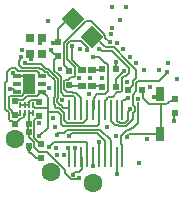
<source format=gbl>
G04*
G04 #@! TF.GenerationSoftware,Altium Limited,Altium Designer,20.0.13 (296)*
G04*
G04 Layer_Physical_Order=4*
G04 Layer_Color=1930808*
%FSLAX25Y25*%
%MOIN*%
G70*
G01*
G75*
%ADD14C,0.00600*%
%ADD21R,0.02165X0.02165*%
%ADD23R,0.02165X0.02165*%
%ADD45C,0.00500*%
%ADD46C,0.00800*%
%ADD47C,0.00400*%
%ADD48C,0.01772*%
%ADD49C,0.06299*%
%ADD52R,0.02559X0.01378*%
%ADD53R,0.04331X0.06693*%
%ADD54R,0.02756X0.02953*%
%ADD55R,0.00591X0.01968*%
%ADD56R,0.00984X0.07087*%
%ADD57P,0.07795X4X90.0*%
%ADD58R,0.02953X0.04724*%
%ADD59R,0.02559X0.02362*%
D14*
X23000Y41056D02*
X25083Y38973D01*
X23000Y41056D02*
Y45500D01*
X25083Y38803D02*
X26130Y37756D01*
X25083Y38803D02*
Y38973D01*
X26130Y37756D02*
X26228D01*
X19286Y30214D02*
X20500Y29000D01*
X19286Y30214D02*
Y34555D01*
X19317Y34587D01*
X38583Y35455D02*
Y35486D01*
X40372Y37276D01*
X37800Y34672D02*
X38583Y35455D01*
X40372Y37276D02*
X40403D01*
X37800Y32000D02*
Y34672D01*
X50458Y28458D02*
X51324D01*
X52500Y29634D01*
X19317Y34587D02*
Y35183D01*
X37800Y37500D02*
X38025Y37275D01*
X20500Y29000D02*
X21591D01*
X52500Y29634D02*
Y29693D01*
X37890Y3890D02*
Y8626D01*
X29772Y37756D02*
X32944D01*
D21*
X46300Y31000D02*
D03*
X41700D02*
D03*
X8600Y19500D02*
D03*
X4000D02*
D03*
X33200Y32000D02*
D03*
X37800D02*
D03*
X33200Y38000D02*
D03*
X37800D02*
D03*
D23*
X12000Y22400D02*
D03*
Y27000D02*
D03*
X22200Y37145D02*
D03*
Y32545D02*
D03*
X57500Y27800D02*
D03*
Y23200D02*
D03*
X18500Y42200D02*
D03*
Y46800D02*
D03*
X3890Y27124D02*
D03*
Y22524D02*
D03*
X12800Y12783D02*
D03*
Y8183D02*
D03*
X8600Y12200D02*
D03*
Y16800D02*
D03*
D45*
X19146Y5854D02*
G03*
X18305Y6695I-3146J-2305D01*
G01*
X12188Y10169D02*
X14831D01*
X18305Y6695D01*
X19146Y5854D02*
X20590Y4410D01*
Y3351D02*
Y4410D01*
X15269Y11805D02*
X16964Y13500D01*
X27672D01*
X25465Y1507D02*
X25519Y1453D01*
X11433Y13867D02*
X12088Y13212D01*
X11433Y13867D02*
Y14007D01*
X10433Y15008D02*
X11433Y14007D01*
X10433Y15008D02*
Y20833D01*
X10517Y11840D02*
Y13368D01*
X10433Y13453D02*
X10517Y13368D01*
X10433Y13453D02*
Y13593D01*
X8766Y15260D02*
X10433Y13593D01*
X10517Y11840D02*
X12188Y10169D01*
X22822Y1119D02*
X24178D01*
X20590Y3351D02*
X22822Y1119D01*
X21839Y11485D02*
X22142Y11181D01*
X23500Y2755D02*
Y3070D01*
X24412Y1354D02*
X25519D01*
X24178Y1119D02*
X24412Y1354D01*
X27857Y54084D02*
X29416D01*
X20364Y39308D02*
X21367Y38305D01*
X22322Y47136D02*
X24348D01*
X21364Y41207D02*
Y46178D01*
Y41207D02*
X22000Y40571D01*
X20364Y39308D02*
Y46592D01*
X27857Y54084D01*
X21364Y46178D02*
X22322Y47136D01*
X25971Y47241D02*
X28271Y44941D01*
X24348Y47136D02*
X24453Y47241D01*
X22000Y40571D02*
X24033Y38538D01*
X21367Y37978D02*
X22200Y37145D01*
X21367Y37978D02*
Y38305D01*
X34210Y48290D02*
X35564Y46936D01*
X34210Y48290D02*
Y48919D01*
X33780Y49349D02*
X34210Y48919D01*
X33780Y49349D02*
Y49720D01*
X29416Y54084D02*
X33780Y49720D01*
X32064Y44757D02*
X32236D01*
X35564Y46936D02*
X35829D01*
X24033Y35752D02*
Y38538D01*
X21878Y34378D02*
X22812Y35312D01*
X23593D01*
X20807Y34378D02*
X21878D01*
X23593Y35312D02*
X24033Y35752D01*
X22142Y8626D02*
Y11181D01*
X23500Y3070D02*
X24060Y3630D01*
X25249D01*
X25519Y1354D02*
Y1453D01*
X25249Y3630D02*
X26245Y4626D01*
Y8460D01*
X26079Y8626D02*
X26245Y8460D01*
X8800Y19500D02*
Y22377D01*
X8500Y19200D02*
X8800Y19500D01*
X8500Y16800D02*
X8766Y16534D01*
X8500Y16800D02*
Y19200D01*
X27672Y13500D02*
X27965Y13207D01*
Y8708D02*
Y13207D01*
X7244Y26000D02*
X8622D01*
X8662Y27000D02*
X8955Y27293D01*
X8500Y27000D02*
X8662D01*
X5866Y26000D02*
X7244D01*
X8955Y27293D02*
Y27295D01*
X9394Y27734D02*
X10606D01*
X7903Y28903D02*
X11389D01*
X8955Y27295D02*
X9394Y27734D01*
X10606D02*
X10707Y27633D01*
X11167D01*
X12000Y26800D01*
X4200Y19500D02*
X6210Y21510D01*
X6472D01*
X6911Y21949D01*
X7199Y23199D02*
X7244Y23244D01*
X6911Y22211D02*
X7199Y22499D01*
X6911Y21949D02*
Y22211D01*
X7199Y22499D02*
Y23199D01*
X3008Y20692D02*
X4200Y19500D01*
X30016Y5685D02*
Y8626D01*
X29981Y5650D02*
X30016Y5685D01*
X22000Y15500D02*
X23000Y16500D01*
X883Y24703D02*
X1200Y24386D01*
X766Y25734D02*
Y33266D01*
X883Y24703D02*
Y25617D01*
X766Y25734D02*
X883Y25617D01*
X766Y33266D02*
X1500Y34000D01*
X3070Y23344D02*
X3890Y22524D01*
X2050Y24950D02*
Y28700D01*
X1200Y24300D02*
Y24386D01*
X3070Y23344D02*
Y23930D01*
X2050Y24950D02*
X3070Y23930D01*
X1200Y24300D02*
X2000Y23500D01*
Y21188D02*
Y23500D01*
X3890Y22524D02*
X4081Y22716D01*
X10433Y20833D02*
X12000Y22400D01*
X8622Y22555D02*
Y23244D01*
Y22555D02*
X8800Y22377D01*
X5866Y22811D02*
Y23244D01*
X5771Y22716D02*
X5866Y22811D01*
X4081Y22716D02*
X5771D01*
X10607Y24967D02*
X13393D01*
X10308Y25266D02*
X10607Y24967D01*
X8766Y15260D02*
Y16534D01*
X17236Y25264D02*
X17699Y24801D01*
X17236Y28763D02*
Y34198D01*
X18029Y28143D02*
X18236Y28349D01*
Y34612D01*
X18029Y26787D02*
X18988Y25829D01*
X17236Y25264D02*
Y26167D01*
X17029Y26373D02*
X17236Y26167D01*
X17029Y28557D02*
X17236Y28763D01*
X17029Y26373D02*
Y28557D01*
X16029Y36819D02*
X18236Y34612D01*
X18029Y26787D02*
Y28143D01*
X15030Y36404D02*
X17236Y34198D01*
X15030Y36404D02*
Y36559D01*
X16029Y36819D02*
Y36973D01*
X21384Y17486D02*
X22572D01*
X31834D02*
X32551D01*
X22586Y17500D02*
X31820D01*
X31834Y17486D01*
X31406Y16500D02*
X33953Y13953D01*
X23000Y16500D02*
X31406D01*
X22572Y17486D02*
X22586Y17500D01*
X32551Y17486D02*
X35921Y14116D01*
X54807Y36726D02*
Y37070D01*
X52081Y34000D02*
X54807Y36726D01*
X45000Y20000D02*
Y23583D01*
Y25768D02*
Y27000D01*
Y23583D02*
X45001Y23584D01*
Y25767D01*
X45000Y25768D02*
X45001Y25767D01*
X44001Y23998D02*
Y25353D01*
X43291Y23288D02*
X44001Y23998D01*
X43291Y21297D02*
Y23288D01*
X41636Y21056D02*
Y23747D01*
X43364Y25990D02*
X44001Y25353D01*
X42365Y24475D02*
Y24676D01*
X41636Y23747D02*
X42365Y24475D01*
X43364Y29438D02*
X44467Y30541D01*
X43364Y25990D02*
Y29438D01*
X38167Y30167D02*
X39193D01*
X40221Y35640D02*
X41081D01*
X39633Y35051D02*
X40221Y35640D01*
X39193Y30167D02*
X39633Y30607D01*
Y35051D01*
X41081Y35640D02*
X42039Y36598D01*
X36427Y44000D02*
X42039Y38388D01*
Y36598D02*
Y38388D01*
X44467Y30541D02*
Y33393D01*
X45074Y34000D01*
X37569Y40058D02*
X37812Y40301D01*
X32993Y44000D02*
X36427D01*
X32236Y44757D02*
X32993Y44000D01*
X24453Y47241D02*
X25971D01*
X33926Y29500D02*
X35033Y30607D01*
X31500Y29500D02*
X33926D01*
X35033Y30607D02*
Y39393D01*
X33926Y39956D02*
X34470D01*
X35033Y39393D01*
X37569Y39441D02*
Y40058D01*
X37500Y39372D02*
X37569Y39441D01*
X37500Y38300D02*
X37800Y38000D01*
X37500Y38300D02*
Y39372D01*
X31985Y41897D02*
X33926Y39956D01*
X29603Y41897D02*
X31985D01*
X37800Y38000D02*
X38500D01*
X1721Y37346D02*
X2751Y38376D01*
X5514Y39206D02*
Y40794D01*
Y39206D02*
X6554Y38166D01*
X12088D01*
X5064Y37275D02*
X5173Y37166D01*
X5064Y37275D02*
Y37418D01*
X4106Y38376D02*
X5064Y37418D01*
X2751Y38376D02*
X4106D01*
X3429Y36415D02*
Y36740D01*
X3357Y36344D02*
X3429Y36415D01*
X15004Y37998D02*
X16029Y36973D01*
X14590Y36998D02*
X15030Y36559D01*
X14502Y37998D02*
X15004D01*
X20367Y33938D02*
X20807Y34378D01*
X20367Y31152D02*
Y33938D01*
Y31152D02*
X21369Y30150D01*
X11273Y37166D02*
X11970Y36468D01*
X5173Y37166D02*
X11273D01*
X12454Y37800D02*
X13200D01*
X12088Y38166D02*
X12454Y37800D01*
X7232Y39802D02*
X7382Y39652D01*
X5514Y40794D02*
X5738Y41017D01*
Y41737D01*
X6000Y42000D01*
X1721Y37221D02*
Y37346D01*
X1500Y37000D02*
X1721Y37221D01*
X3357Y36344D02*
X4142Y35559D01*
X1500Y34000D02*
Y37000D01*
X12848Y39652D02*
X14502Y37998D01*
X10233Y39652D02*
X12848D01*
X10178Y39596D02*
X10233Y39652D01*
X8822Y39596D02*
X10178D01*
X13200Y37800D02*
X14002Y36998D01*
X11970Y35998D02*
Y36468D01*
X14002Y36998D02*
X14590D01*
X6901Y35489D02*
X8866Y33523D01*
X4802Y35489D02*
X6901D01*
X45074Y34000D02*
X52081D01*
X2402Y31570D02*
X2746D01*
X2350Y29000D02*
X5394D01*
X2050Y28700D02*
X2350Y29000D01*
X3137Y31179D02*
X3404D01*
X2746Y31570D02*
X3137Y31179D01*
X3404D02*
X4142Y30441D01*
X6734Y27734D02*
X7903Y28903D01*
X12409Y30441D02*
X13000D01*
X11970Y30002D02*
X12409Y30441D01*
X11970Y29485D02*
Y30002D01*
X11389Y28903D02*
X11970Y29485D01*
X36667Y28667D02*
X38167Y30167D01*
X35118Y28667D02*
X36667D01*
X18000Y15921D02*
X18030Y15890D01*
X34195Y27667D02*
X34386D01*
X33953Y24374D02*
Y27425D01*
X34195Y27667D01*
X34386D02*
X34679Y27960D01*
Y28228D01*
X35118Y28667D01*
X20399Y16500D02*
X21384Y17486D01*
X18030Y16500D02*
X20399D01*
X21339Y20081D02*
X26882D01*
X20501Y20919D02*
X21339Y20081D01*
X10000Y25311D02*
X10045Y25266D01*
X10308D01*
X13393Y24967D02*
X13426Y25000D01*
X15000D01*
X35921Y8626D02*
Y14116D01*
X33953Y8626D02*
Y13953D01*
X4500Y27734D02*
X6734D01*
X3890Y27124D02*
X4500Y27734D01*
X5396Y29002D02*
X6322D01*
X5394Y29000D02*
X5396Y29002D01*
X6322D02*
X6762Y29441D01*
Y29714D01*
X8866Y31819D02*
Y33523D01*
X6762Y29714D02*
X8866Y31819D01*
X2496Y20692D02*
X3008D01*
X2000Y21188D02*
X2496Y20692D01*
X4142Y30441D02*
X4732D01*
X20501Y20919D02*
Y23140D01*
X24000Y24484D02*
X24110Y24374D01*
X21591Y29000D02*
X23500D01*
X24000Y28500D01*
Y24484D02*
Y28500D01*
X27614Y21081D02*
X27805D01*
X26882Y20081D02*
X27321Y20520D01*
X28047Y21323D02*
Y24374D01*
X27805Y21081D02*
X28047Y21323D01*
X27321Y20520D02*
Y20788D01*
X27614Y21081D01*
X17699Y24801D02*
X18840D01*
X20501Y23140D01*
X20181Y24874D02*
X22142D01*
X18988Y25829D02*
X19226D01*
X20181Y24874D01*
X21369Y30150D02*
X23159D01*
X23309Y30000D01*
X24500D01*
X7382Y39652D02*
X8766D01*
X4142Y35559D02*
X4732D01*
X8766Y39652D02*
X8822Y39596D01*
X12409Y35559D02*
X13000D01*
X11970Y35998D02*
X12409Y35559D01*
X41075Y19081D02*
X43291Y21297D01*
X41265Y17500D02*
X42000D01*
X39486Y15721D02*
X41265Y17500D01*
X42000D02*
X42900Y18400D01*
X43400D01*
X37300Y19200D02*
X38522D01*
X38105Y20493D02*
X38398Y20200D01*
X39055Y20081D02*
X40661D01*
X38398Y20200D02*
X38936D01*
X39055Y20081D01*
X43400Y18400D02*
X45000Y20000D01*
X38105Y20493D02*
Y24659D01*
X38522Y19200D02*
X38641Y19081D01*
X40661Y20081D02*
X41636Y21056D01*
X38641Y19081D02*
X41075D01*
X30308Y28308D02*
X31500Y29500D01*
X39486Y12923D02*
Y15721D01*
Y12923D02*
X39858Y12551D01*
X18000Y15921D02*
Y16500D01*
X30308Y24666D02*
Y28308D01*
X24500Y30000D02*
X26079Y28421D01*
Y24374D02*
Y28421D01*
X39858Y9126D02*
Y12551D01*
X27965Y8708D02*
X28047Y8626D01*
X8622Y23244D02*
X10000D01*
X4732Y35559D02*
X4802Y35489D01*
X36035Y20465D02*
X37300Y19200D01*
X35921Y24374D02*
X36035Y24260D01*
Y20465D02*
Y24260D01*
X30016Y24374D02*
X30308Y24666D01*
D46*
X8637Y11120D02*
Y12062D01*
X8500Y12200D02*
X8637Y12062D01*
X12197Y15614D02*
X12201D01*
X15000Y18413D01*
X8741Y10164D02*
Y11062D01*
X11002Y8183D02*
X13265D01*
X9367Y9818D02*
X11002Y8183D01*
X9367Y9818D02*
Y10024D01*
X9161D02*
X9367D01*
X34319Y45150D02*
X36903D01*
X33850Y45619D02*
X34319Y45150D01*
X33850Y45619D02*
Y45648D01*
X30890Y48608D02*
X33850Y45648D01*
X36903Y45150D02*
X41734Y40319D01*
X17237Y18500D02*
X17500D01*
X12000Y20000D02*
X12168Y19831D01*
X15000Y18413D02*
Y24000D01*
X18286Y36214D02*
X19317Y35183D01*
X17214Y37260D02*
X18260Y36214D01*
X18286D01*
X17214Y37260D02*
Y40914D01*
X57199Y22899D02*
X57500Y23200D01*
X57199Y20962D02*
Y22899D01*
X57000Y20763D02*
X57199Y20962D01*
X57000Y20500D02*
Y20763D01*
X43317Y32617D02*
Y33870D01*
X41674Y30974D02*
X43317Y32617D01*
X40717Y27517D02*
X41465Y28266D01*
X41728D01*
X39950Y27517D02*
X40717D01*
X39858Y24374D02*
Y27425D01*
X39950Y27517D01*
X41734Y40319D02*
X41734D01*
X44500Y37553D01*
Y35052D02*
Y37553D01*
X29562Y48608D02*
X30890D01*
X48669Y26331D02*
X52734D01*
X46786Y28214D02*
X48669Y26331D01*
X17214Y40914D02*
X18500Y42200D01*
X23056Y32244D02*
X26228D01*
X22300Y33000D02*
X23056Y32244D01*
X9500Y41232D02*
Y41874D01*
X15892Y43949D02*
X16958Y42883D01*
X15892Y43949D02*
Y44099D01*
X12500Y46500D02*
Y46959D01*
X18500Y46800D02*
Y51215D01*
X18494Y51221D02*
X18500Y51215D01*
X43317Y33870D02*
X44500Y35052D01*
X18494Y51221D02*
X21505Y54233D01*
X46786Y28214D02*
Y30514D01*
X46300Y31000D02*
X46786Y30514D01*
X12385Y47074D02*
X12500Y46959D01*
X17817Y42883D02*
X18500Y42200D01*
X16958Y42883D02*
X17817D01*
X20134Y18866D02*
X31366D01*
X19351Y19649D02*
X20134Y18866D01*
X31798Y13500D02*
X31968D01*
X15000Y25000D02*
Y28652D01*
Y24000D02*
Y25000D01*
X19351Y19649D02*
Y22663D01*
X31366Y18866D02*
X31984Y19484D01*
X18363Y23651D02*
X19351Y22663D01*
X16967Y23651D02*
X18363D01*
X9032Y42343D02*
X9500Y41874D01*
X54560Y26500D02*
X55000D01*
X56969Y27269D02*
X57500Y27800D01*
X55769Y27269D02*
X56969D01*
X55000Y26500D02*
X55769Y27269D01*
X41327Y15459D02*
X42176Y16307D01*
X41327Y15249D02*
Y15459D01*
X21505Y54233D02*
X23938D01*
X52577Y26174D02*
X52734Y26331D01*
X52577Y17302D02*
Y26174D01*
Y17302D02*
X52734Y17144D01*
X54391Y26331D02*
X54560Y26500D01*
X52734Y26331D02*
X54391D01*
X52734Y16541D02*
Y17144D01*
X42176Y16307D02*
X52500D01*
X52734Y16541D01*
X15000Y24000D02*
X15469Y23531D01*
X16847D01*
X16967Y23651D01*
X31968Y13500D02*
X31984Y13484D01*
Y8626D02*
Y13484D01*
X13211Y30441D02*
X15000Y28652D01*
X13000Y30441D02*
X13211D01*
X31984Y19484D02*
Y24374D01*
X57500Y23200D02*
X57508Y23208D01*
X29772Y32244D02*
X33200D01*
X12385Y47074D02*
X12969Y47657D01*
D47*
X24110Y9126D02*
Y11500D01*
X24000D02*
Y11904D01*
X24014Y11890D01*
X38000Y3000D02*
Y3780D01*
X24014Y11890D02*
X24110D01*
Y9126D02*
Y11890D01*
X37890Y3890D02*
X38000Y3780D01*
X32944Y37756D02*
X33200Y37500D01*
D48*
X17994Y9320D02*
D03*
X15269Y11805D02*
D03*
X18110Y15800D02*
D03*
X20264Y9238D02*
D03*
X25465Y1507D02*
D03*
X17597Y11776D02*
D03*
X8637Y11120D02*
D03*
X22040Y15500D02*
D03*
X21839Y11485D02*
D03*
X24110Y11700D02*
D03*
X23500Y2755D02*
D03*
X12197Y15614D02*
D03*
X12248Y12787D02*
D03*
X2402Y31300D02*
D03*
X25694Y44532D02*
D03*
X23000Y45500D02*
D03*
X28005Y44308D02*
D03*
X32064Y44757D02*
D03*
X35829Y46936D02*
D03*
X36000Y49500D02*
D03*
X40032Y44546D02*
D03*
X38091Y46722D02*
D03*
X29981Y5650D02*
D03*
X12168Y19831D02*
D03*
X15535Y31700D02*
D03*
X45500Y6500D02*
D03*
X41500Y33500D02*
D03*
X54807Y37070D02*
D03*
X42365Y24676D02*
D03*
X41728Y28266D02*
D03*
X40403Y37276D02*
D03*
X37812Y40301D02*
D03*
X42474Y42105D02*
D03*
X29920Y42000D02*
D03*
X44539Y40039D02*
D03*
X58000Y34500D02*
D03*
X47000Y37500D02*
D03*
X52000D02*
D03*
X49165Y31965D02*
D03*
X50458Y28458D02*
D03*
X45000Y28000D02*
D03*
X16032Y44365D02*
D03*
X3429Y36740D02*
D03*
X19000Y38000D02*
D03*
X25500Y35000D02*
D03*
X7232Y39802D02*
D03*
X6000Y42000D02*
D03*
X6268Y44272D02*
D03*
X9500Y41232D02*
D03*
X12500Y46500D02*
D03*
X16847Y21531D02*
D03*
X15134Y53857D02*
D03*
X16753Y46637D02*
D03*
X38000Y3000D02*
D03*
X31900Y13500D02*
D03*
X37850Y15500D02*
D03*
X41327Y15249D02*
D03*
X57000Y20500D02*
D03*
X48165Y14465D02*
D03*
X17500Y18500D02*
D03*
X29165Y34965D02*
D03*
X33000Y35000D02*
D03*
X28665Y29465D02*
D03*
X19665Y27465D02*
D03*
X34665Y18465D02*
D03*
X39000Y54132D02*
D03*
X41000Y58631D02*
D03*
X36500D02*
D03*
Y51631D02*
D03*
X55000Y40000D02*
D03*
D49*
X4000Y14500D02*
D03*
X16000Y3550D02*
D03*
X30000Y0D02*
D03*
D52*
X4732Y30441D02*
D03*
Y33000D02*
D03*
Y35559D02*
D03*
X13000D02*
D03*
Y33000D02*
D03*
Y30441D02*
D03*
D53*
X8866Y33000D02*
D03*
D54*
X12968Y48158D02*
D03*
Y42843D02*
D03*
X9031D02*
D03*
Y48158D02*
D03*
D55*
X10000Y23244D02*
D03*
X8622D02*
D03*
X7244D02*
D03*
X5866D02*
D03*
Y26000D02*
D03*
X7244D02*
D03*
X8622D02*
D03*
X10000D02*
D03*
D56*
X39858Y8626D02*
D03*
Y24374D02*
D03*
X37890Y8626D02*
D03*
Y24374D02*
D03*
X35921Y8626D02*
D03*
Y24374D02*
D03*
X33953Y8626D02*
D03*
Y24374D02*
D03*
X31984Y8626D02*
D03*
Y24374D02*
D03*
X30016Y8626D02*
D03*
Y24374D02*
D03*
X28047Y8626D02*
D03*
Y24374D02*
D03*
X26079Y8626D02*
D03*
Y24374D02*
D03*
X24110Y8626D02*
D03*
Y24374D02*
D03*
X22142Y8626D02*
D03*
Y24374D02*
D03*
D57*
X29562Y48608D02*
D03*
X23438Y54733D02*
D03*
D58*
X52500Y16307D02*
D03*
Y29693D02*
D03*
D59*
X26228Y32244D02*
D03*
X29772D02*
D03*
Y37756D02*
D03*
X26228D02*
D03*
M02*

</source>
